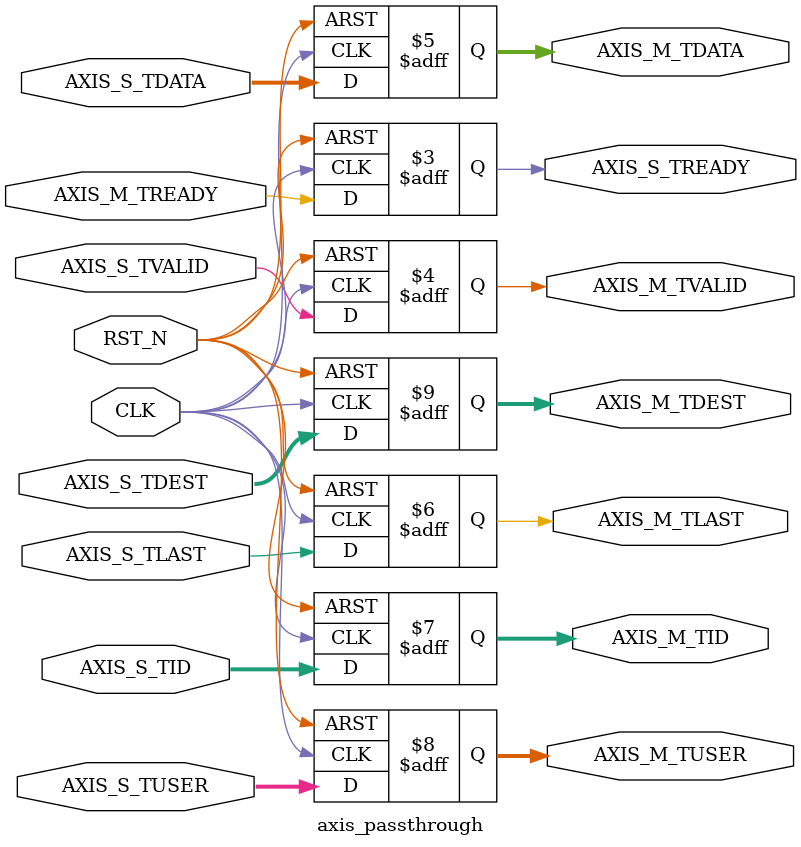
<source format=v>
module axis_passthrough #(
    parameter DATAW   = 32,  // Data width
    parameter IDW     = 32,   // ID width
    parameter USERW   = 32,   // User width
    parameter DESTW   = 6    // Destination width
)(
    input                     CLK,
    input                     RST_N,

    // -------------------------------------------------------
    // AXI-Stream Slave Interface
    // -------------------------------------------------------
    input                     AXIS_S_TVALID,
    output reg                AXIS_S_TREADY,
    input      [DATAW-1:0]    AXIS_S_TDATA,
    input                     AXIS_S_TLAST,
    input      [IDW-1:0]      AXIS_S_TID,
    input      [USERW-1:0]    AXIS_S_TUSER,
    input      [DESTW-1:0]    AXIS_S_TDEST,

    // -------------------------------------------------------
    // AXI-Stream Master Interface
    // -------------------------------------------------------
    output reg                AXIS_M_TVALID,
    input                     AXIS_M_TREADY,
    output reg [DATAW-1:0]    AXIS_M_TDATA,
    output reg                AXIS_M_TLAST,
    output reg [IDW-1:0]      AXIS_M_TID,
    output reg [USERW-1:0]    AXIS_M_TUSER,
    output reg [DESTW-1:0]    AXIS_M_TDEST
);

    // -------------------------------------------------------
    // Pass-through logic
    // -------------------------------------------------------
    always @(posedge CLK or negedge RST_N) begin
        if (!RST_N) begin
            AXIS_M_TVALID <= 1'b0;
            AXIS_S_TREADY <= 1'b0;
            AXIS_M_TDATA  <= 0;
            AXIS_M_TLAST  <= 1'b0;
            AXIS_M_TID    <= 0;
            AXIS_M_TUSER  <= 0;
            AXIS_M_TDEST  <= 0;
        end else begin
            AXIS_M_TVALID <= AXIS_S_TVALID;
            AXIS_S_TREADY <= AXIS_M_TREADY;
            AXIS_M_TDATA  <= AXIS_S_TDATA;
            AXIS_M_TLAST  <= AXIS_S_TLAST;
            AXIS_M_TID    <= AXIS_S_TID;
            AXIS_M_TUSER  <= AXIS_S_TUSER;
            AXIS_M_TDEST  <= AXIS_S_TDEST;
        end
    end

endmodule
</source>
